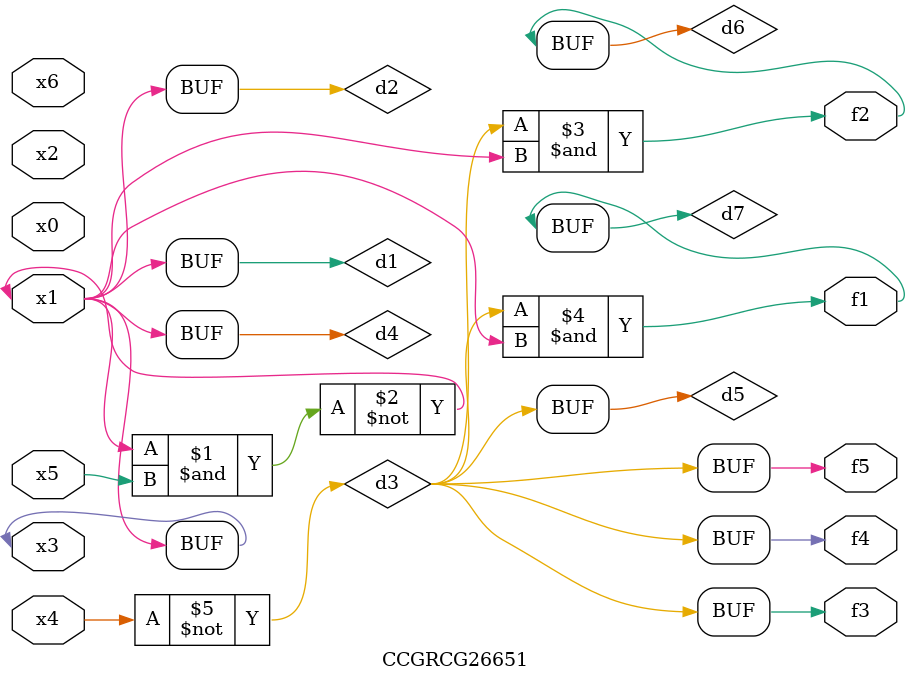
<source format=v>
module CCGRCG26651(
	input x0, x1, x2, x3, x4, x5, x6,
	output f1, f2, f3, f4, f5
);

	wire d1, d2, d3, d4, d5, d6, d7;

	buf (d1, x1, x3);
	nand (d2, x1, x5);
	not (d3, x4);
	buf (d4, d1, d2);
	buf (d5, d3);
	and (d6, d3, d4);
	and (d7, d3, d4);
	assign f1 = d7;
	assign f2 = d6;
	assign f3 = d5;
	assign f4 = d5;
	assign f5 = d5;
endmodule

</source>
